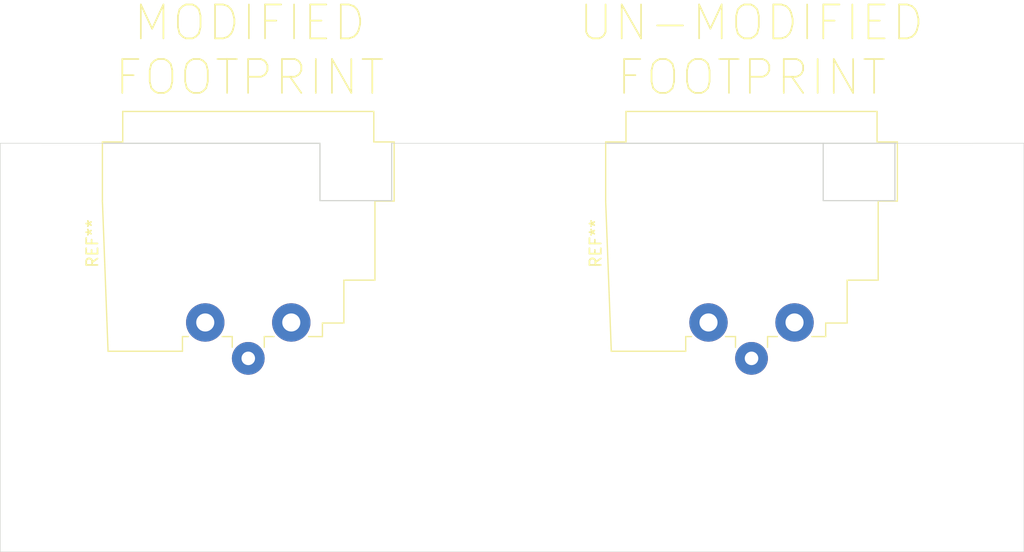
<source format=kicad_pcb>
(kicad_pcb (version 20171130) (host pcbnew "(5.1.6-198-ga9a690561-dirty)")

  (general
    (thickness 1.6)
    (drawings 8)
    (tracks 0)
    (zones 0)
    (modules 2)
    (nets 1)
  )

  (page A4)
  (layers
    (0 F.Cu signal)
    (31 B.Cu signal)
    (32 B.Adhes user)
    (33 F.Adhes user)
    (34 B.Paste user)
    (35 F.Paste user)
    (36 B.SilkS user)
    (37 F.SilkS user)
    (38 B.Mask user)
    (39 F.Mask user)
    (40 Dwgs.User user)
    (41 Cmts.User user)
    (42 Eco1.User user)
    (43 Eco2.User user)
    (44 Edge.Cuts user)
    (45 Margin user)
    (46 B.CrtYd user)
    (47 F.CrtYd user)
    (48 B.Fab user)
    (49 F.Fab user)
  )

  (setup
    (last_trace_width 0.25)
    (trace_clearance 0.2)
    (zone_clearance 0.508)
    (zone_45_only no)
    (trace_min 0.2)
    (via_size 0.8)
    (via_drill 0.4)
    (via_min_size 0.4)
    (via_min_drill 0.3)
    (uvia_size 0.3)
    (uvia_drill 0.1)
    (uvias_allowed no)
    (uvia_min_size 0.2)
    (uvia_min_drill 0.1)
    (edge_width 0.05)
    (segment_width 0.2)
    (pcb_text_width 0.3)
    (pcb_text_size 1.5 1.5)
    (mod_edge_width 0.12)
    (mod_text_size 1 1)
    (mod_text_width 0.15)
    (pad_size 1.524 1.524)
    (pad_drill 0.762)
    (pad_to_mask_clearance 0)
    (aux_axis_origin 0 0)
    (visible_elements 7FFFFFFF)
    (pcbplotparams
      (layerselection 0x010fc_ffffffff)
      (usegerberextensions false)
      (usegerberattributes true)
      (usegerberadvancedattributes true)
      (creategerberjobfile true)
      (excludeedgelayer true)
      (linewidth 0.150000)
      (plotframeref false)
      (viasonmask false)
      (mode 1)
      (useauxorigin false)
      (hpglpennumber 1)
      (hpglpenspeed 20)
      (hpglpendiameter 15.000000)
      (psnegative false)
      (psa4output false)
      (plotreference true)
      (plotvalue true)
      (plotinvisibletext false)
      (padsonsilk false)
      (subtractmaskfromsilk false)
      (outputformat 1)
      (mirror false)
      (drillshape 1)
      (scaleselection 1)
      (outputdirectory ""))
  )

  (net 0 "")

  (net_class Default "This is the default net class."
    (clearance 0.2)
    (trace_width 0.25)
    (via_dia 0.8)
    (via_drill 0.4)
    (uvia_dia 0.3)
    (uvia_drill 0.1)
  )

  (module Jack_XLR_Neutrik_NC3FAHR-0_Horizontal-test (layer F.Cu) (tedit 5FB60A46) (tstamp 5FB60C69)
    (at 100.203 96.52 90)
    (descr "A Series, 3 pole female XLR receptacle, grounding: without ground / shell contact, lateral right PCB mount, retention spring instead of latch, https://www.neutrik.com/en/product/nc3fahr-0")
    (tags "neutrik xlr a")
    (fp_text reference REF** (at 7 -10 90) (layer F.SilkS)
      (effects (font (size 1 1) (thickness 0.15)))
    )
    (fp_text value Jack_XLR_Neutrik_NC3FAHR-0_Horizontal (at 7 18 90) (layer F.Fab)
      (effects (font (size 1 1) (thickness 0.15)))
    )
    (fp_line (start 10.79 16.51) (end 15.87 16.51) (layer Edge.Cuts) (width 0.1))
    (fp_line (start 10.79 10.16) (end 10.79 16.51) (layer Edge.Cuts) (width 0.1))
    (fp_line (start 15.87 10.16) (end 10.79 10.16) (layer Edge.Cuts) (width 0.1))
    (fp_line (start 18.57 14.81) (end 15.87 14.81) (layer F.Fab) (width 0.1))
    (fp_line (start 18.57 -7.19) (end 18.57 14.81) (layer F.Fab) (width 0.1))
    (fp_line (start 15.87 -7.19) (end 18.57 -7.19) (layer F.Fab) (width 0.1))
    (fp_line (start 10.87 -8.99) (end 15.87 -8.99) (layer F.Fab) (width 0.1))
    (fp_line (start 10.87 16.61) (end 10.87 -8.99) (layer F.Fab) (width 0.1))
    (fp_line (start 15.87 16.61) (end 10.87 16.61) (layer F.Fab) (width 0.1))
    (fp_line (start 15.87 -8.99) (end 15.87 16.61) (layer F.Fab) (width 0.1))
    (fp_line (start 15.87 -8.99) (end 15.87 10.16) (layer Edge.Cuts) (width 0.1))
    (fp_line (start 15.99 16.73) (end 10.75 16.73) (layer F.SilkS) (width 0.12))
    (fp_line (start 15.99 -9.11) (end 10.75 -9.11) (layer F.SilkS) (width 0.12))
    (fp_line (start 10.75 16.73) (end 10.75 15.03) (layer F.SilkS) (width 0.12))
    (fp_line (start 15.99 -7.31) (end 18.69 -7.31) (layer F.SilkS) (width 0.12))
    (fp_line (start 15.99 14.93) (end 18.69 14.93) (layer F.SilkS) (width 0.12))
    (fp_line (start 15.99 14.93) (end 15.99 16.73) (layer F.SilkS) (width 0.12))
    (fp_line (start 15.99 -9.11) (end 15.99 -7.31) (layer F.SilkS) (width 0.12))
    (fp_line (start 18.69 -7.31) (end 18.69 14.93) (layer F.SilkS) (width 0.12))
    (fp_line (start 19.07 17.11) (end -5.18 17.11) (layer F.CrtYd) (width 0.05))
    (fp_line (start 19.07 -9.49) (end -5.18 -9.49) (layer F.CrtYd) (width 0.05))
    (fp_line (start -5.18 -9.49) (end -5.18 17.11) (layer F.CrtYd) (width 0.05))
    (fp_line (start 19.07 -9.49) (end 19.07 17.11) (layer F.CrtYd) (width 0.05))
    (fp_line (start 3.87 14.91) (end 10.87 14.91) (layer F.Fab) (width 0.1))
    (fp_line (start 10.75 15.03) (end 3.75 15.03) (layer F.SilkS) (width 0.12))
    (fp_line (start -2.55 -8.61) (end -2.55 -2.02) (layer F.SilkS) (width 0.12))
    (fp_line (start -1.13 -2.14) (end -2.43 -2.14) (layer F.Fab) (width 0.1))
    (fp_line (start -1.25 1.5) (end -1.25 2.39) (layer F.SilkS) (width 0.12))
    (fp_line (start -1.13 -2.14) (end -1.13 10.26) (layer F.Fab) (width 0.1))
    (fp_line (start -2.43 -8.49) (end -2.43 -2.14) (layer F.Fab) (width 0.1))
    (fp_line (start -2.55 -2.02) (end -1.25 -2.02) (layer F.SilkS) (width 0.12))
    (fp_line (start -2.43 -8.49) (end 10.87 -8.99) (layer F.Fab) (width 0.1))
    (fp_line (start 10.75 -9.11) (end -2.55 -8.61) (layer F.SilkS) (width 0.12))
    (fp_line (start -1.25 9.15) (end -1.25 10.38) (layer F.SilkS) (width 0.12))
    (fp_line (start -1.25 -2.02) (end -1.25 -1.5) (layer F.SilkS) (width 0.12))
    (fp_line (start -4.43 2.51) (end -4.43 5.11) (layer F.Fab) (width 0.1))
    (fp_line (start -4.43 2.51) (end -1.13 2.51) (layer F.Fab) (width 0.1))
    (fp_line (start -4.43 5.11) (end -1.13 5.11) (layer F.Fab) (width 0.1))
    (fp_line (start -1.25 5.23) (end -1.25 6.1) (layer F.SilkS) (width 0.12))
    (fp_line (start -1.25 2.39) (end -2.2 2.39) (layer F.SilkS) (width 0.12))
    (fp_line (start -1.25 5.23) (end -2.2 5.23) (layer F.SilkS) (width 0.12))
    (fp_line (start 3.75 12.28) (end 3.75 15.03) (layer F.SilkS) (width 0.12))
    (fp_line (start 3.87 12.16) (end 3.87 14.91) (layer F.Fab) (width 0.1))
    (fp_line (start -1.13 10.26) (end 0.07 10.26) (layer F.Fab) (width 0.1))
    (fp_line (start -0.05 10.38) (end -1.25 10.38) (layer F.SilkS) (width 0.12))
    (fp_line (start 3.75 12.28) (end -0.05 12.28) (layer F.SilkS) (width 0.12))
    (fp_line (start 0.07 12.16) (end 3.87 12.16) (layer F.Fab) (width 0.1))
    (fp_line (start -0.05 10.38) (end -0.05 12.28) (layer F.SilkS) (width 0.12))
    (fp_line (start 0.07 10.26) (end 0.07 12.16) (layer F.Fab) (width 0.1))
    (fp_text user %R (at 13.52 3.81 90) (layer F.Fab)
      (effects (font (size 1 1) (thickness 0.15)))
    )
    (pad "" np_thru_hole circle (at 11.42 5.08 90) (size 1.6 1.6) (drill 1.6) (layers *.Cu *.Mask))
    (pad 2 thru_hole circle (at -3.18 3.81 90) (size 2.9 2.9) (drill 1.2) (layers *.Cu *.Mask))
    (pad 3 thru_hole circle (at 0 7.62 90) (size 3.4 3.4) (drill 1.6) (layers *.Cu *.Mask))
    (pad 1 thru_hole circle (at 0 0 90) (size 3.4 3.4) (drill 1.6) (layers *.Cu *.Mask))
    (model ${KISYS3DMOD}/Connector_Audio.3dshapes/Jack_XLR_Neutrik_NC3FAHR-0_Horizontal.wrl
      (at (xyz 0 0 0))
      (scale (xyz 1 1 1))
      (rotate (xyz 0 0 0))
    )
  )

  (module Jack_XLR_Neutrik_NC3FAHR-0_Horizontal (layer F.Cu) (tedit 5E73E34D) (tstamp 5FB60996)
    (at 144.78 96.52 90)
    (descr "A Series, 3 pole female XLR receptacle, grounding: without ground / shell contact, lateral right PCB mount, retention spring instead of latch, https://www.neutrik.com/en/product/nc3fahr-0")
    (tags "neutrik xlr a")
    (fp_text reference REF** (at 7 -10 90) (layer F.SilkS)
      (effects (font (size 1 1) (thickness 0.15)))
    )
    (fp_text value Jack_XLR_Neutrik_NC3FAHR-0_Horizontal (at 7 18 90) (layer F.Fab)
      (effects (font (size 1 1) (thickness 0.15)))
    )
    (fp_line (start 0.07 10.26) (end 0.07 12.16) (layer F.Fab) (width 0.1))
    (fp_line (start -0.05 10.38) (end -0.05 12.28) (layer F.SilkS) (width 0.12))
    (fp_line (start 0.07 12.16) (end 3.87 12.16) (layer F.Fab) (width 0.1))
    (fp_line (start 3.75 12.28) (end -0.05 12.28) (layer F.SilkS) (width 0.12))
    (fp_line (start -0.05 10.38) (end -1.25 10.38) (layer F.SilkS) (width 0.12))
    (fp_line (start -1.13 10.26) (end 0.07 10.26) (layer F.Fab) (width 0.1))
    (fp_line (start 3.87 12.16) (end 3.87 14.91) (layer F.Fab) (width 0.1))
    (fp_line (start 3.75 12.28) (end 3.75 15.03) (layer F.SilkS) (width 0.12))
    (fp_line (start -1.25 5.23) (end -2.2 5.23) (layer F.SilkS) (width 0.12))
    (fp_line (start -1.25 2.39) (end -2.2 2.39) (layer F.SilkS) (width 0.12))
    (fp_line (start -1.25 5.23) (end -1.25 6.1) (layer F.SilkS) (width 0.12))
    (fp_line (start -4.43 5.11) (end -1.13 5.11) (layer F.Fab) (width 0.1))
    (fp_line (start -4.43 2.51) (end -1.13 2.51) (layer F.Fab) (width 0.1))
    (fp_line (start -4.43 2.51) (end -4.43 5.11) (layer F.Fab) (width 0.1))
    (fp_line (start -1.25 -2.02) (end -1.25 -1.5) (layer F.SilkS) (width 0.12))
    (fp_line (start -1.25 9.15) (end -1.25 10.38) (layer F.SilkS) (width 0.12))
    (fp_line (start 10.75 -9.11) (end -2.55 -8.61) (layer F.SilkS) (width 0.12))
    (fp_line (start -2.43 -8.49) (end 10.87 -8.99) (layer F.Fab) (width 0.1))
    (fp_line (start -2.55 -2.02) (end -1.25 -2.02) (layer F.SilkS) (width 0.12))
    (fp_line (start -2.43 -8.49) (end -2.43 -2.14) (layer F.Fab) (width 0.1))
    (fp_line (start -1.13 -2.14) (end -1.13 10.26) (layer F.Fab) (width 0.1))
    (fp_line (start -1.25 1.5) (end -1.25 2.39) (layer F.SilkS) (width 0.12))
    (fp_line (start -1.13 -2.14) (end -2.43 -2.14) (layer F.Fab) (width 0.1))
    (fp_line (start -2.55 -8.61) (end -2.55 -2.02) (layer F.SilkS) (width 0.12))
    (fp_line (start 10.75 15.03) (end 3.75 15.03) (layer F.SilkS) (width 0.12))
    (fp_line (start 3.87 14.91) (end 10.87 14.91) (layer F.Fab) (width 0.1))
    (fp_line (start 19.07 -9.49) (end 19.07 17.11) (layer F.CrtYd) (width 0.05))
    (fp_line (start -5.18 -9.49) (end -5.18 17.11) (layer F.CrtYd) (width 0.05))
    (fp_line (start 19.07 -9.49) (end -5.18 -9.49) (layer F.CrtYd) (width 0.05))
    (fp_line (start 19.07 17.11) (end -5.18 17.11) (layer F.CrtYd) (width 0.05))
    (fp_line (start 18.69 -7.31) (end 18.69 14.93) (layer F.SilkS) (width 0.12))
    (fp_line (start 15.99 -9.11) (end 15.99 -7.31) (layer F.SilkS) (width 0.12))
    (fp_line (start 15.99 14.93) (end 15.99 16.73) (layer F.SilkS) (width 0.12))
    (fp_line (start 15.99 14.93) (end 18.69 14.93) (layer F.SilkS) (width 0.12))
    (fp_line (start 15.99 -7.31) (end 18.69 -7.31) (layer F.SilkS) (width 0.12))
    (fp_line (start 10.75 16.73) (end 10.75 15.03) (layer F.SilkS) (width 0.12))
    (fp_line (start 15.99 -9.11) (end 10.75 -9.11) (layer F.SilkS) (width 0.12))
    (fp_line (start 15.99 16.73) (end 10.75 16.73) (layer F.SilkS) (width 0.12))
    (fp_line (start 15.87 -8.99) (end 15.87 16.61) (layer Edge.Cuts) (width 0.1))
    (fp_line (start 15.87 -8.99) (end 15.87 16.61) (layer F.Fab) (width 0.1))
    (fp_line (start 15.87 16.61) (end 10.87 16.61) (layer F.Fab) (width 0.1))
    (fp_line (start 10.87 16.61) (end 10.87 -8.99) (layer F.Fab) (width 0.1))
    (fp_line (start 10.87 -8.99) (end 15.87 -8.99) (layer F.Fab) (width 0.1))
    (fp_line (start 15.87 -7.19) (end 18.57 -7.19) (layer F.Fab) (width 0.1))
    (fp_line (start 18.57 -7.19) (end 18.57 14.81) (layer F.Fab) (width 0.1))
    (fp_line (start 18.57 14.81) (end 15.87 14.81) (layer F.Fab) (width 0.1))
    (fp_line (start 15.87 10.16) (end 10.79 10.16) (layer Edge.Cuts) (width 0.1))
    (fp_line (start 10.79 10.16) (end 10.79 16.51) (layer Edge.Cuts) (width 0.1))
    (fp_line (start 10.79 16.51) (end 15.87 16.51) (layer Edge.Cuts) (width 0.1))
    (fp_text user %R (at 13.52 3.81 90) (layer F.Fab)
      (effects (font (size 1 1) (thickness 0.15)))
    )
    (pad "" np_thru_hole circle (at 11.42 5.08 90) (size 1.6 1.6) (drill 1.6) (layers *.Cu *.Mask))
    (pad 2 thru_hole circle (at -3.18 3.81 90) (size 2.9 2.9) (drill 1.2) (layers *.Cu *.Mask))
    (pad 3 thru_hole circle (at 0 7.62 90) (size 3.4 3.4) (drill 1.6) (layers *.Cu *.Mask))
    (pad 1 thru_hole circle (at 0 0 90) (size 3.4 3.4) (drill 1.6) (layers *.Cu *.Mask))
    (model ${KISYS3DMOD}/Connector_Audio.3dshapes/Jack_XLR_Neutrik_NC3FAHR-0_Horizontal.wrl
      (at (xyz 0 0 0))
      (scale (xyz 1 1 1))
      (rotate (xyz 0 0 0))
    )
  )

  (gr_text "UN-MODIFIED\nFOOTPRINT" (at 148.59 72.39) (layer F.SilkS) (tstamp 5FB6292D)
    (effects (font (size 3 3) (thickness 0.15)))
  )
  (gr_text "MODIFIED\nFOOTPRINT" (at 104.14 72.39) (layer F.SilkS)
    (effects (font (size 3 3) (thickness 0.15)))
  )
  (gr_line (start 82.047 80.645) (end 91.213 80.65) (layer Edge.Cuts) (width 0.05))
  (gr_line (start 172.72 80.645) (end 161.39 80.65) (layer Edge.Cuts) (width 0.05))
  (gr_line (start 172.72 116.84) (end 172.72 80.645) (layer Edge.Cuts) (width 0.05))
  (gr_line (start 82.047 116.84) (end 172.72 116.84) (layer Edge.Cuts) (width 0.05))
  (gr_line (start 82.047 80.645) (end 82.047 116.84) (layer Edge.Cuts) (width 0.05) (tstamp 5FB60D9D))
  (gr_line (start 135.79 80.65) (end 116.713 80.65) (layer Edge.Cuts) (width 0.05))

)

</source>
